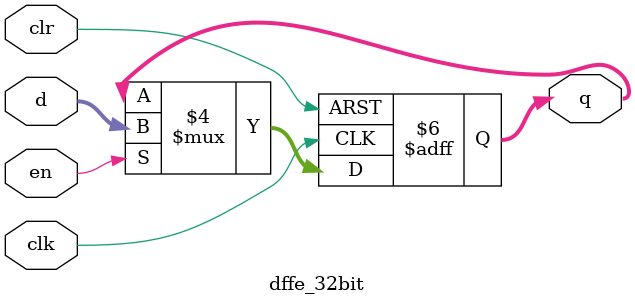
<source format=v>
module dffe_32bit(q, d, clk, en, clr);
   // Inputs for clock, enable, clear
   input clk, en, clr;
	input [31:0] d;

   // Output for register output
   output reg [31:0] q;

   // Intialize q to 0
   initial
   begin
       q = 32'h00000000;
   end

   // Set value of q on positive edge of the clock or clear
   always @(posedge clk or posedge clr) 
	begin
		// If clear is high, set q to 0
      if (clr) 
			q <= 32'h00000000;
      // If enable is high, set q to the value of d 
		else if (en) 
			q <= d;
		// If enable is low, the q remain the same
		else
			q <= q;
   end
endmodule

</source>
